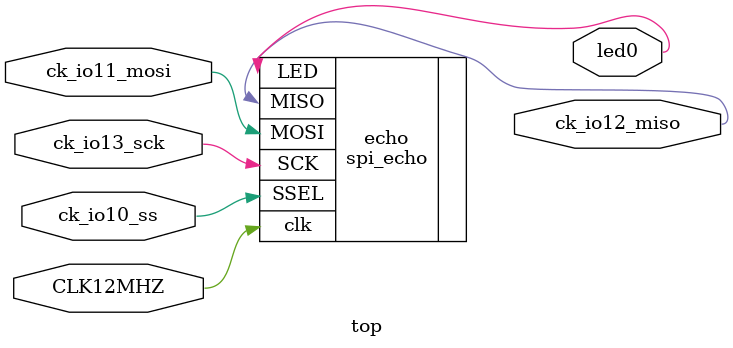
<source format=v>
`timescale 1ns / 1ps

module top(
    input CLK12MHZ,
    input ck_io11_mosi,
    input ck_io13_sck,
    input ck_io10_ss,
    output ck_io12_miso,
    output led0
    ); 
    
    
// Instantiate echo 
spi_echo echo(
    .clk(CLK12MHZ),
    .MOSI(ck_io11_mosi),
    .SCK(ck_io13_sck),
    .SSEL(ck_io10_ss),
    .MISO(ck_io12_miso),
    .LED(led0)
);

endmodule

</source>
